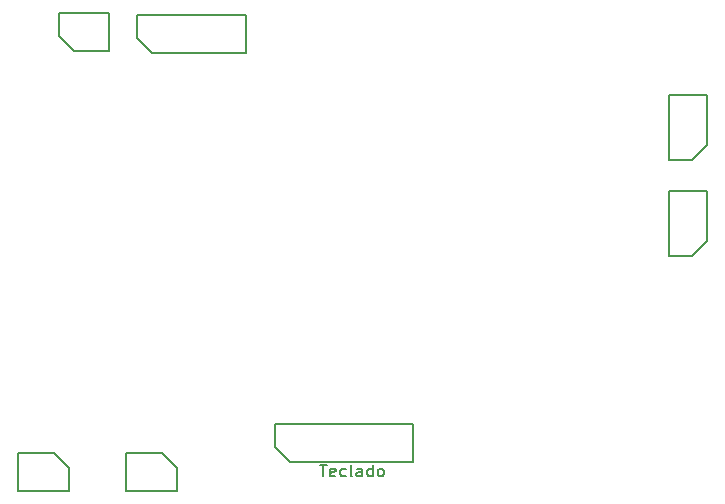
<source format=gbr>
G04 #@! TF.FileFunction,Other,Fab,Top*
%FSLAX46Y46*%
G04 Gerber Fmt 4.6, Leading zero omitted, Abs format (unit mm)*
G04 Created by KiCad (PCBNEW 4.0.2-stable) date 29/08/2016 23:52:40*
%MOMM*%
G01*
G04 APERTURE LIST*
%ADD10C,0.100000*%
%ADD11C,0.200000*%
%ADD12C,0.150000*%
G04 APERTURE END LIST*
D10*
D11*
X142137000Y-117990000D02*
X140867000Y-116720000D01*
X140867000Y-116720000D02*
X140867000Y-114790000D01*
X140867000Y-114790000D02*
X152617000Y-114790000D01*
X152617000Y-114790000D02*
X152617000Y-117990000D01*
X152617000Y-117990000D02*
X142137000Y-117990000D01*
X130453000Y-83319000D02*
X129183000Y-82049000D01*
X129183000Y-82049000D02*
X129183000Y-80119000D01*
X129183000Y-80119000D02*
X138433000Y-80119000D01*
X138433000Y-80119000D02*
X138433000Y-83319000D01*
X138433000Y-83319000D02*
X130453000Y-83319000D01*
X131294000Y-117214000D02*
X132564000Y-118484000D01*
X132564000Y-118484000D02*
X132564000Y-120414000D01*
X132564000Y-120414000D02*
X128314000Y-120414000D01*
X128314000Y-120414000D02*
X128314000Y-117214000D01*
X128314000Y-117214000D02*
X131294000Y-117214000D01*
X123849000Y-83192000D02*
X122579000Y-81922000D01*
X122579000Y-81922000D02*
X122579000Y-79992000D01*
X122579000Y-79992000D02*
X126829000Y-79992000D01*
X126829000Y-79992000D02*
X126829000Y-83192000D01*
X126829000Y-83192000D02*
X123849000Y-83192000D01*
X177426000Y-91162000D02*
X176156000Y-92432000D01*
X176156000Y-92432000D02*
X174226000Y-92432000D01*
X174226000Y-92432000D02*
X174226000Y-86932000D01*
X174226000Y-86932000D02*
X177426000Y-86932000D01*
X177426000Y-86932000D02*
X177426000Y-91162000D01*
X177426000Y-99290000D02*
X176156000Y-100560000D01*
X176156000Y-100560000D02*
X174226000Y-100560000D01*
X174226000Y-100560000D02*
X174226000Y-95060000D01*
X174226000Y-95060000D02*
X177426000Y-95060000D01*
X177426000Y-95060000D02*
X177426000Y-99290000D01*
X122150000Y-117214000D02*
X123420000Y-118484000D01*
X123420000Y-118484000D02*
X123420000Y-120414000D01*
X123420000Y-120414000D02*
X119170000Y-120414000D01*
X119170000Y-120414000D02*
X119170000Y-117214000D01*
X119170000Y-117214000D02*
X122150000Y-117214000D01*
D12*
X144685095Y-118197381D02*
X145256524Y-118197381D01*
X144970809Y-119197381D02*
X144970809Y-118197381D01*
X145970810Y-119149762D02*
X145875572Y-119197381D01*
X145685095Y-119197381D01*
X145589857Y-119149762D01*
X145542238Y-119054524D01*
X145542238Y-118673571D01*
X145589857Y-118578333D01*
X145685095Y-118530714D01*
X145875572Y-118530714D01*
X145970810Y-118578333D01*
X146018429Y-118673571D01*
X146018429Y-118768810D01*
X145542238Y-118864048D01*
X146875572Y-119149762D02*
X146780334Y-119197381D01*
X146589857Y-119197381D01*
X146494619Y-119149762D01*
X146447000Y-119102143D01*
X146399381Y-119006905D01*
X146399381Y-118721190D01*
X146447000Y-118625952D01*
X146494619Y-118578333D01*
X146589857Y-118530714D01*
X146780334Y-118530714D01*
X146875572Y-118578333D01*
X147447000Y-119197381D02*
X147351762Y-119149762D01*
X147304143Y-119054524D01*
X147304143Y-118197381D01*
X148256525Y-119197381D02*
X148256525Y-118673571D01*
X148208906Y-118578333D01*
X148113668Y-118530714D01*
X147923191Y-118530714D01*
X147827953Y-118578333D01*
X148256525Y-119149762D02*
X148161287Y-119197381D01*
X147923191Y-119197381D01*
X147827953Y-119149762D01*
X147780334Y-119054524D01*
X147780334Y-118959286D01*
X147827953Y-118864048D01*
X147923191Y-118816429D01*
X148161287Y-118816429D01*
X148256525Y-118768810D01*
X149161287Y-119197381D02*
X149161287Y-118197381D01*
X149161287Y-119149762D02*
X149066049Y-119197381D01*
X148875572Y-119197381D01*
X148780334Y-119149762D01*
X148732715Y-119102143D01*
X148685096Y-119006905D01*
X148685096Y-118721190D01*
X148732715Y-118625952D01*
X148780334Y-118578333D01*
X148875572Y-118530714D01*
X149066049Y-118530714D01*
X149161287Y-118578333D01*
X149780334Y-119197381D02*
X149685096Y-119149762D01*
X149637477Y-119102143D01*
X149589858Y-119006905D01*
X149589858Y-118721190D01*
X149637477Y-118625952D01*
X149685096Y-118578333D01*
X149780334Y-118530714D01*
X149923192Y-118530714D01*
X150018430Y-118578333D01*
X150066049Y-118625952D01*
X150113668Y-118721190D01*
X150113668Y-119006905D01*
X150066049Y-119102143D01*
X150018430Y-119149762D01*
X149923192Y-119197381D01*
X149780334Y-119197381D01*
M02*

</source>
